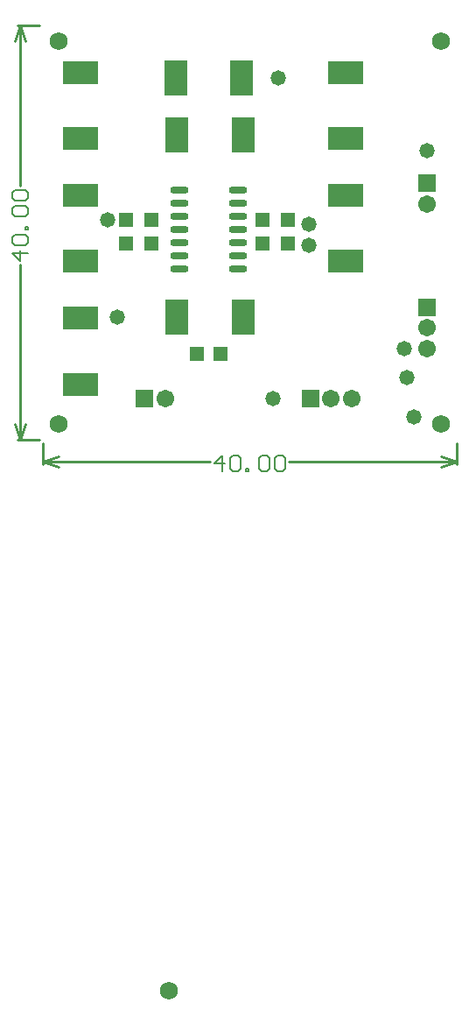
<source format=gts>
G04*
G04 #@! TF.GenerationSoftware,Altium Limited,Altium Designer,22.1.2 (22)*
G04*
G04 Layer_Color=8388736*
%FSLAX24Y24*%
%MOIN*%
G70*
G04*
G04 #@! TF.SameCoordinates,7AB658FE-4F4A-440D-9AF7-89D71A904C7E*
G04*
G04*
G04 #@! TF.FilePolarity,Negative*
G04*
G01*
G75*
%ADD11C,0.0100*%
%ADD13C,0.0060*%
%ADD21R,0.0580X0.0580*%
%ADD22R,0.1340X0.0880*%
%ADD23R,0.0880X0.1340*%
%ADD24O,0.0709X0.0256*%
%ADD25R,0.0580X0.0580*%
%ADD26R,0.0671X0.0671*%
%ADD27C,0.0671*%
%ADD28C,0.0680*%
%ADD29R,0.0671X0.0671*%
%ADD30C,0.0580*%
D11*
X-900Y15748D02*
X-700Y15148D01*
X-1100D02*
X-900Y15748D01*
X-1100Y600D02*
X-900Y0D01*
X-700Y600D01*
X-900Y9660D02*
Y15748D01*
Y0D02*
Y6640D01*
X-1000Y15748D02*
X-170D01*
X-1000Y0D02*
X-170D01*
X-20Y-850D02*
X580Y-650D01*
X-20Y-850D02*
X580Y-1050D01*
X15128D02*
X15728Y-850D01*
X15128Y-650D02*
X15728Y-850D01*
X-20D02*
X6340D01*
X9360D02*
X15728D01*
X-20Y-950D02*
Y-150D01*
X15728Y-950D02*
Y-150D01*
D13*
X-600Y7100D02*
X-1200D01*
X-900Y6800D01*
Y7200D01*
X-1100Y7400D02*
X-1200Y7500D01*
Y7700D01*
X-1100Y7800D01*
X-700D01*
X-600Y7700D01*
Y7500D01*
X-700Y7400D01*
X-1100D01*
X-600Y8000D02*
X-700D01*
Y8100D01*
X-600D01*
Y8000D01*
X-1100Y8500D02*
X-1200Y8600D01*
Y8800D01*
X-1100Y8900D01*
X-700D01*
X-600Y8800D01*
Y8600D01*
X-700Y8500D01*
X-1100D01*
Y9100D02*
X-1200Y9200D01*
Y9400D01*
X-1100Y9500D01*
X-700D01*
X-600Y9400D01*
Y9200D01*
X-700Y9100D01*
X-1100D01*
X6800Y-1200D02*
Y-600D01*
X6500Y-900D01*
X6900D01*
X7100Y-700D02*
X7200Y-600D01*
X7400D01*
X7500Y-700D01*
Y-1100D01*
X7400Y-1200D01*
X7200D01*
X7100Y-1100D01*
Y-700D01*
X7700Y-1200D02*
Y-1100D01*
X7800D01*
Y-1200D01*
X7700D01*
X8200Y-700D02*
X8300Y-600D01*
X8500D01*
X8600Y-700D01*
Y-1100D01*
X8500Y-1200D01*
X8300D01*
X8200Y-1100D01*
Y-700D01*
X8800D02*
X8900Y-600D01*
X9100D01*
X9200Y-700D01*
Y-1100D01*
X9100Y-1200D01*
X8900D01*
X8800Y-1100D01*
Y-700D01*
D21*
X5850Y3250D02*
D03*
X6750D02*
D03*
D22*
X1400Y2090D02*
D03*
X1400Y4610D02*
D03*
X1400Y13960D02*
D03*
X1400Y11440D02*
D03*
X11500Y13960D02*
D03*
X11500Y11440D02*
D03*
X11500Y6780D02*
D03*
X11500Y9300D02*
D03*
X1400Y6780D02*
D03*
X1400Y9300D02*
D03*
D23*
X5090Y4650D02*
D03*
X7610Y4650D02*
D03*
X7560Y13750D02*
D03*
X5040Y13750D02*
D03*
X7610Y11600D02*
D03*
X5090Y11600D02*
D03*
D24*
X5180Y9500D02*
D03*
Y9000D02*
D03*
Y8500D02*
D03*
Y8000D02*
D03*
Y7500D02*
D03*
Y7000D02*
D03*
Y6500D02*
D03*
X7400Y6500D02*
D03*
Y9500D02*
D03*
Y9000D02*
D03*
Y8500D02*
D03*
Y8000D02*
D03*
Y7500D02*
D03*
Y7000D02*
D03*
D25*
X9300Y8350D02*
D03*
Y7450D02*
D03*
X8350Y8350D02*
D03*
Y7450D02*
D03*
X4100D02*
D03*
Y8350D02*
D03*
X3150Y7450D02*
D03*
Y8350D02*
D03*
D26*
X14600Y5037D02*
D03*
X14608Y9744D02*
D03*
D27*
X14600Y4250D02*
D03*
Y3463D02*
D03*
X14608Y8956D02*
D03*
X11737Y1550D02*
D03*
X10950D02*
D03*
X4644D02*
D03*
D28*
X15159Y591D02*
D03*
X591Y15159D02*
D03*
X15159D02*
D03*
X591Y591D02*
D03*
X4764Y-20976D02*
D03*
D29*
X10163Y1550D02*
D03*
X3856D02*
D03*
D30*
X13750Y3450D02*
D03*
X14100Y850D02*
D03*
X2800Y4650D02*
D03*
X10100Y7400D02*
D03*
Y8200D02*
D03*
X13850Y2350D02*
D03*
X8950Y13750D02*
D03*
X14600Y11000D02*
D03*
X8750Y1550D02*
D03*
X2450Y8350D02*
D03*
M02*

</source>
